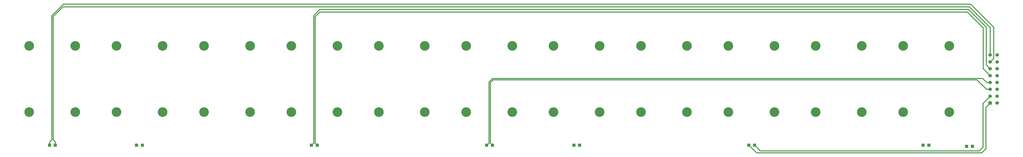
<source format=gbr>
%TF.GenerationSoftware,KiCad,Pcbnew,9.0.4*%
%TF.CreationDate,2025-09-16T19:42:10+08:00*%
%TF.ProjectId,accum_pcb_under,61636375-6d5f-4706-9362-5f756e646572,rev?*%
%TF.SameCoordinates,Original*%
%TF.FileFunction,Copper,L2,Inr*%
%TF.FilePolarity,Positive*%
%FSLAX46Y46*%
G04 Gerber Fmt 4.6, Leading zero omitted, Abs format (unit mm)*
G04 Created by KiCad (PCBNEW 9.0.4) date 2025-09-16 19:42:10*
%MOMM*%
%LPD*%
G01*
G04 APERTURE LIST*
G04 Aperture macros list*
%AMRoundRect*
0 Rectangle with rounded corners*
0 $1 Rounding radius*
0 $2 $3 $4 $5 $6 $7 $8 $9 X,Y pos of 4 corners*
0 Add a 4 corners polygon primitive as box body*
4,1,4,$2,$3,$4,$5,$6,$7,$8,$9,$2,$3,0*
0 Add four circle primitives for the rounded corners*
1,1,$1+$1,$2,$3*
1,1,$1+$1,$4,$5*
1,1,$1+$1,$6,$7*
1,1,$1+$1,$8,$9*
0 Add four rect primitives between the rounded corners*
20,1,$1+$1,$2,$3,$4,$5,0*
20,1,$1+$1,$4,$5,$6,$7,0*
20,1,$1+$1,$6,$7,$8,$9,0*
20,1,$1+$1,$8,$9,$2,$3,0*%
G04 Aperture macros list end*
%TA.AperFunction,ComponentPad*%
%ADD10C,4.200000*%
%TD*%
%TA.AperFunction,ComponentPad*%
%ADD11R,1.350000X1.350000*%
%TD*%
%TA.AperFunction,ComponentPad*%
%ADD12RoundRect,0.250001X0.499999X-0.499999X0.499999X0.499999X-0.499999X0.499999X-0.499999X-0.499999X0*%
%TD*%
%TA.AperFunction,ComponentPad*%
%ADD13C,1.500000*%
%TD*%
%TA.AperFunction,Conductor*%
%ADD14C,0.381000*%
%TD*%
G04 APERTURE END LIST*
D10*
%TO.N,N/C*%
%TO.C,*%
X507381782Y-225121090D03*
%TD*%
%TO.N,N/C*%
%TO.C,*%
X126914767Y-196175590D03*
%TD*%
%TO.N,N/C*%
%TO.C,*%
X203007448Y-196176090D03*
%TD*%
%TO.N,N/C*%
%TO.C,*%
X393241100Y-196183590D03*
%TD*%
D11*
%TO.N,/temp_5_1*%
%TO.C,J5_1*%
X517483115Y-240113590D03*
%TD*%
D10*
%TO.N,N/C*%
%TO.C,*%
X355195115Y-225120090D03*
%TD*%
D11*
%TO.N,/temp_7_1*%
%TO.C,J7_1*%
X344006115Y-239613590D03*
%TD*%
%TO.N,/temp_1_2*%
%TO.C,J1_2*%
X115712115Y-239613590D03*
%TD*%
D10*
%TO.N,N/C*%
%TO.C,*%
X182962144Y-225114090D03*
%TD*%
%TO.N,N/C*%
%TO.C,*%
X279101115Y-196179090D03*
%TD*%
%TO.N,N/C*%
%TO.C,*%
X259055811Y-225115090D03*
%TD*%
%TO.N,N/C*%
%TO.C,*%
X241054826Y-225113590D03*
%TD*%
D11*
%TO.N,/temp_8_1*%
%TO.C,J8_1*%
X496008115Y-239613590D03*
%TD*%
D10*
%TO.N,N/C*%
%TO.C,*%
X431288478Y-225121090D03*
%TD*%
%TO.N,N/C*%
%TO.C,*%
X507381782Y-196188090D03*
%TD*%
%TO.N,N/C*%
%TO.C,*%
X469335130Y-225122590D03*
%TD*%
%TO.N,N/C*%
%TO.C,*%
X335149085Y-196182090D03*
%TD*%
%TO.N,N/C*%
%TO.C,*%
X221008796Y-196177590D03*
%TD*%
D11*
%TO.N,/temp_8_2*%
%TO.C,J8_2*%
X498508115Y-239613590D03*
%TD*%
D10*
%TO.N,N/C*%
%TO.C,*%
X355194752Y-196182090D03*
%TD*%
%TO.N,N/C*%
%TO.C,*%
X144915796Y-225112590D03*
%TD*%
D11*
%TO.N,/temp_3_2*%
%TO.C,J3_2*%
X232244115Y-239613590D03*
%TD*%
%TO.N,/temp_1_1*%
%TO.C,J1_1*%
X118212115Y-239613590D03*
%TD*%
D10*
%TO.N,N/C*%
%TO.C,*%
X241054463Y-196177590D03*
%TD*%
D11*
%TO.N,/temp_2_1*%
%TO.C,J2_1*%
X156114115Y-239613590D03*
%TD*%
D10*
%TO.N,N/C*%
%TO.C,*%
X106869100Y-196175590D03*
%TD*%
%TO.N,N/C*%
%TO.C,*%
X487336115Y-196188090D03*
%TD*%
D11*
%TO.N,/temp_5_2*%
%TO.C,J5_2*%
X514983115Y-240113590D03*
%TD*%
D10*
%TO.N,N/C*%
%TO.C,*%
X221009159Y-225113590D03*
%TD*%
%TO.N,N/C*%
%TO.C,*%
X297102463Y-196180590D03*
%TD*%
%TO.N,N/C*%
%TO.C,*%
X411242448Y-196185090D03*
%TD*%
%TO.N,N/C*%
%TO.C,*%
X106869463Y-225113590D03*
%TD*%
%TO.N,N/C*%
%TO.C,*%
X373195433Y-196183590D03*
%TD*%
%TO.N,N/C*%
%TO.C,*%
X317148130Y-196180590D03*
%TD*%
%TO.N,N/C*%
%TO.C,*%
X297102463Y-225113590D03*
%TD*%
D11*
%TO.N,/temp_7_2*%
%TO.C,J7_2*%
X346506115Y-239613590D03*
%TD*%
D10*
%TO.N,N/C*%
%TO.C,*%
X126915130Y-225113590D03*
%TD*%
%TO.N,N/C*%
%TO.C,*%
X431288115Y-196185090D03*
%TD*%
%TO.N,N/C*%
%TO.C,*%
X393241463Y-225121590D03*
%TD*%
%TO.N,N/C*%
%TO.C,*%
X259055448Y-196179090D03*
%TD*%
%TO.N,N/C*%
%TO.C,*%
X335149448Y-225120090D03*
%TD*%
%TO.N,N/C*%
%TO.C,*%
X164961100Y-196174590D03*
%TD*%
D11*
%TO.N,/temp_4_1*%
%TO.C,J4_1*%
X420166115Y-239613590D03*
%TD*%
D10*
%TO.N,N/C*%
%TO.C,*%
X487336115Y-225121090D03*
%TD*%
%TO.N,N/C*%
%TO.C,*%
X449289463Y-225122590D03*
%TD*%
%TO.N,N/C*%
%TO.C,*%
X203007811Y-225114090D03*
%TD*%
%TO.N,N/C*%
%TO.C,*%
X144915433Y-196174590D03*
%TD*%
D11*
%TO.N,/temp_6_1*%
%TO.C,J6_1*%
X306039115Y-239613590D03*
%TD*%
%TO.N,/temp_6_2*%
%TO.C,J6_2*%
X308539115Y-239613590D03*
%TD*%
D10*
%TO.N,N/C*%
%TO.C,*%
X469334767Y-196186590D03*
%TD*%
D11*
%TO.N,/temp_4_2*%
%TO.C,J4_2*%
X422666115Y-239613590D03*
%TD*%
D10*
%TO.N,N/C*%
%TO.C,*%
X317148130Y-225113590D03*
%TD*%
D11*
%TO.N,/temp_3_1*%
%TO.C,J3_1*%
X229744115Y-239613590D03*
%TD*%
D12*
%TO.N,/temp_4_1*%
%TO.C,J9*%
X525212115Y-221154463D03*
D13*
%TO.N,/temp_4_2*%
X525212115Y-218154463D03*
%TO.N,/temp_6_2*%
X525212115Y-215154463D03*
%TO.N,/temp_6_1*%
X525212115Y-212154463D03*
%TO.N,/temp_3_2*%
X525212115Y-209154463D03*
%TO.N,/temp_3_1*%
X525212115Y-206154463D03*
%TO.N,/temp_1_2*%
X525212115Y-203154463D03*
%TO.N,/temp_1_1*%
X525212115Y-200154463D03*
%TO.N,/temp_5_1*%
X528212115Y-221154463D03*
%TO.N,/temp_5_2*%
X528212115Y-218154463D03*
%TO.N,/temp_8_2*%
X528212115Y-215154463D03*
%TO.N,/temp_8_1*%
X528212115Y-212154463D03*
%TO.N,/temp_7_2*%
X528212115Y-209154463D03*
%TO.N,/temp_7_1*%
X528212115Y-206154463D03*
%TO.N,/temp_2_2*%
X528212115Y-203154463D03*
%TO.N,/temp_2_1*%
X528212115Y-200154463D03*
%TD*%
D10*
%TO.N,N/C*%
%TO.C,*%
X411242811Y-225121090D03*
%TD*%
%TO.N,N/C*%
%TO.C,*%
X373195796Y-225121590D03*
%TD*%
%TO.N,N/C*%
%TO.C,*%
X449289100Y-196186590D03*
%TD*%
D11*
%TO.N,/temp_2_2*%
%TO.C,J2_2*%
X153614115Y-239613590D03*
%TD*%
D10*
%TO.N,N/C*%
%TO.C,*%
X182961781Y-196176090D03*
%TD*%
%TO.N,N/C*%
%TO.C,*%
X279101478Y-225115090D03*
%TD*%
%TO.N,N/C*%
%TO.C,*%
X164961463Y-225112590D03*
%TD*%
D14*
%TO.N,/temp_1_1*%
X516171115Y-179027590D02*
X525212115Y-188068590D01*
X118236115Y-238145590D02*
X117272115Y-237181590D01*
X117272115Y-237181590D02*
X117272115Y-183263590D01*
X118236115Y-239613590D02*
X118236115Y-238145590D01*
X117272115Y-183263590D02*
X121508115Y-179027590D01*
X525212115Y-188068590D02*
X525212115Y-200154463D01*
X121508115Y-179027590D02*
X516171115Y-179027590D01*
%TO.N,/temp_3_2*%
X231290115Y-183395590D02*
X233383115Y-181302590D01*
X232244115Y-239613590D02*
X231290115Y-238659590D01*
X233383115Y-181302590D02*
X515198115Y-181302590D01*
X231290115Y-238659590D02*
X231290115Y-183395590D01*
X515198115Y-181302590D02*
X522136115Y-188240590D01*
X522136115Y-188240590D02*
X522136115Y-206078463D01*
X522136115Y-206078463D02*
X525212115Y-209154463D01*
%TO.N,/temp_2_2*%
X153614115Y-239601590D02*
X153614115Y-239613590D01*
%TO.N,/temp_3_1*%
X233380115Y-180156590D02*
X515716115Y-180156590D01*
X523525115Y-187965590D02*
X523525115Y-204467463D01*
X515716115Y-180156590D02*
X523525115Y-187965590D01*
X230708115Y-182828590D02*
X233380115Y-180156590D01*
X523525115Y-204467463D02*
X525212115Y-206154463D01*
X229744115Y-239613590D02*
X230708115Y-238649590D01*
X230708115Y-238649590D02*
X230708115Y-182828590D01*
%TO.N,/temp_6_1*%
X521916115Y-210348590D02*
X523721988Y-212154463D01*
X308538043Y-210348590D02*
X521916115Y-210348590D01*
X306991115Y-238661590D02*
X306991115Y-211895518D01*
X306039115Y-239613590D02*
X306991115Y-238661590D01*
X306991115Y-211895518D02*
X308538043Y-210348590D01*
X523721988Y-212154463D02*
X525212115Y-212154463D01*
%TO.N,/temp_4_2*%
X422666115Y-239613590D02*
X425097115Y-242044590D01*
X522039115Y-221327463D02*
X525212115Y-218154463D01*
X520456115Y-242044590D02*
X522039115Y-240461590D01*
X425097115Y-242044590D02*
X520456115Y-242044590D01*
X522039115Y-240461590D02*
X522039115Y-221327463D01*
%TO.N,/temp_4_1*%
X420166115Y-239613590D02*
X423476115Y-242923590D01*
X423476115Y-242923590D02*
X521535115Y-242923590D01*
X523376115Y-222990463D02*
X525212115Y-221154463D01*
X523376115Y-241082590D02*
X523376115Y-222990463D01*
X521535115Y-242923590D02*
X523376115Y-241082590D01*
%TO.N,/temp_1_2*%
X526721115Y-187928590D02*
X526721115Y-201645463D01*
X121780608Y-177878097D02*
X516670622Y-177878097D01*
X526721115Y-201645463D02*
X525212115Y-203154463D01*
X116690115Y-237184590D02*
X116690115Y-182968590D01*
X516670622Y-177878097D02*
X526721115Y-187928590D01*
X115736115Y-238138590D02*
X116690115Y-237184590D01*
X115736115Y-239613590D02*
X115736115Y-238138590D01*
X116690115Y-182968590D02*
X121780608Y-177878097D01*
%TO.N,/temp_6_2*%
X308779115Y-210930590D02*
X519361115Y-210930590D01*
X307573115Y-212136590D02*
X308779115Y-210930590D01*
X307573115Y-238647590D02*
X307573115Y-212136590D01*
X523584988Y-215154463D02*
X525212115Y-215154463D01*
X519361115Y-210930590D02*
X523584988Y-215154463D01*
X308539115Y-239613590D02*
X307573115Y-238647590D01*
%TD*%
M02*

</source>
